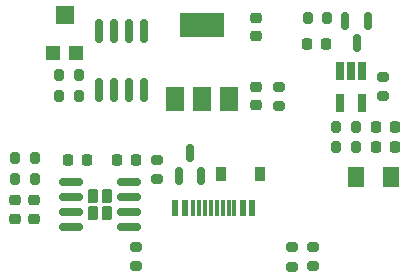
<source format=gtp>
%TF.GenerationSoftware,KiCad,Pcbnew,7.0.6*%
%TF.CreationDate,2023-09-04T13:51:19+12:00*%
%TF.ProjectId,GBA_lipo,4742415f-6c69-4706-9f2e-6b696361645f,rev?*%
%TF.SameCoordinates,Original*%
%TF.FileFunction,Paste,Top*%
%TF.FilePolarity,Positive*%
%FSLAX46Y46*%
G04 Gerber Fmt 4.6, Leading zero omitted, Abs format (unit mm)*
G04 Created by KiCad (PCBNEW 7.0.6) date 2023-09-04 13:51:19*
%MOMM*%
%LPD*%
G01*
G04 APERTURE LIST*
G04 Aperture macros list*
%AMRoundRect*
0 Rectangle with rounded corners*
0 $1 Rounding radius*
0 $2 $3 $4 $5 $6 $7 $8 $9 X,Y pos of 4 corners*
0 Add a 4 corners polygon primitive as box body*
4,1,4,$2,$3,$4,$5,$6,$7,$8,$9,$2,$3,0*
0 Add four circle primitives for the rounded corners*
1,1,$1+$1,$2,$3*
1,1,$1+$1,$4,$5*
1,1,$1+$1,$6,$7*
1,1,$1+$1,$8,$9*
0 Add four rect primitives between the rounded corners*
20,1,$1+$1,$2,$3,$4,$5,0*
20,1,$1+$1,$4,$5,$6,$7,0*
20,1,$1+$1,$6,$7,$8,$9,0*
20,1,$1+$1,$8,$9,$2,$3,0*%
G04 Aperture macros list end*
%ADD10RoundRect,0.200000X0.275000X-0.200000X0.275000X0.200000X-0.275000X0.200000X-0.275000X-0.200000X0*%
%ADD11RoundRect,0.250001X-0.462499X-0.624999X0.462499X-0.624999X0.462499X0.624999X-0.462499X0.624999X0*%
%ADD12R,0.600000X1.450000*%
%ADD13R,0.300000X1.450000*%
%ADD14RoundRect,0.200000X0.200000X0.275000X-0.200000X0.275000X-0.200000X-0.275000X0.200000X-0.275000X0*%
%ADD15RoundRect,0.200000X-0.275000X0.200000X-0.275000X-0.200000X0.275000X-0.200000X0.275000X0.200000X0*%
%ADD16RoundRect,0.225000X-0.225000X-0.250000X0.225000X-0.250000X0.225000X0.250000X-0.225000X0.250000X0*%
%ADD17RoundRect,0.218750X-0.256250X0.218750X-0.256250X-0.218750X0.256250X-0.218750X0.256250X0.218750X0*%
%ADD18R,1.500000X2.000000*%
%ADD19R,3.800000X2.000000*%
%ADD20R,0.900000X1.200000*%
%ADD21RoundRect,0.200000X-0.200000X-0.275000X0.200000X-0.275000X0.200000X0.275000X-0.200000X0.275000X0*%
%ADD22R,1.200000X1.200000*%
%ADD23R,1.600000X1.500000*%
%ADD24R,0.650000X1.560000*%
%ADD25RoundRect,0.150000X-0.150000X0.587500X-0.150000X-0.587500X0.150000X-0.587500X0.150000X0.587500X0*%
%ADD26RoundRect,0.225000X0.225000X0.250000X-0.225000X0.250000X-0.225000X-0.250000X0.225000X-0.250000X0*%
%ADD27RoundRect,0.230000X0.230000X0.375000X-0.230000X0.375000X-0.230000X-0.375000X0.230000X-0.375000X0*%
%ADD28RoundRect,0.150000X0.825000X0.150000X-0.825000X0.150000X-0.825000X-0.150000X0.825000X-0.150000X0*%
%ADD29RoundRect,0.225000X0.250000X-0.225000X0.250000X0.225000X-0.250000X0.225000X-0.250000X-0.225000X0*%
%ADD30RoundRect,0.150000X0.150000X-0.587500X0.150000X0.587500X-0.150000X0.587500X-0.150000X-0.587500X0*%
%ADD31RoundRect,0.225000X-0.250000X0.225000X-0.250000X-0.225000X0.250000X-0.225000X0.250000X0.225000X0*%
%ADD32RoundRect,0.150000X-0.150000X0.825000X-0.150000X-0.825000X0.150000X-0.825000X0.150000X0.825000X0*%
G04 APERTURE END LIST*
D10*
X105500000Y-126000000D03*
X105500000Y-124350000D03*
D11*
X114987500Y-132000000D03*
X112012500Y-132000000D03*
D12*
X96750000Y-134645000D03*
X97550000Y-134645000D03*
D13*
X98750000Y-134645000D03*
X99750000Y-134645000D03*
X100250000Y-134645000D03*
X101250000Y-134645000D03*
D12*
X102450000Y-134645000D03*
X103250000Y-134645000D03*
X103250000Y-134645000D03*
X102450000Y-134645000D03*
D13*
X101750000Y-134645000D03*
X100750000Y-134645000D03*
X99250000Y-134645000D03*
X98250000Y-134645000D03*
D12*
X97550000Y-134645000D03*
X96750000Y-134645000D03*
D14*
X88565000Y-123340000D03*
X86915000Y-123340000D03*
D15*
X93400000Y-137915000D03*
X93400000Y-139565000D03*
D16*
X87698000Y-130540000D03*
X89248000Y-130540000D03*
D17*
X83200000Y-133940000D03*
X83200000Y-135515000D03*
D18*
X96700000Y-125415000D03*
X99000000Y-125415000D03*
D19*
X99000000Y-119115000D03*
D18*
X101300000Y-125415000D03*
D20*
X103900000Y-131740000D03*
X100600000Y-131740000D03*
D21*
X83175000Y-132187000D03*
X84825000Y-132187000D03*
D22*
X86365000Y-121540000D03*
D23*
X87365000Y-118290000D03*
D22*
X88365000Y-121540000D03*
D24*
X112550000Y-123015000D03*
X111600000Y-123015000D03*
X110650000Y-123015000D03*
X110650000Y-125715000D03*
X112550000Y-125715000D03*
D16*
X113750000Y-127740000D03*
X115300000Y-127740000D03*
D17*
X84800000Y-133940000D03*
X84800000Y-135515000D03*
D25*
X113050000Y-118802500D03*
X111150000Y-118802500D03*
X112100000Y-120677500D03*
D26*
X93375000Y-130540000D03*
X91825000Y-130540000D03*
D16*
X107925000Y-120740000D03*
X109475000Y-120740000D03*
D27*
X89800000Y-133590000D03*
X89800000Y-135090000D03*
X90940000Y-133590000D03*
X90940000Y-135090000D03*
D28*
X92845000Y-136245000D03*
X92845000Y-134975000D03*
X92845000Y-133705000D03*
X92845000Y-132435000D03*
X87895000Y-132435000D03*
X87895000Y-133705000D03*
X87895000Y-134975000D03*
X87895000Y-136245000D03*
D15*
X95200000Y-130540000D03*
X95200000Y-132190000D03*
D21*
X83175000Y-130409000D03*
X84825000Y-130409000D03*
X110375000Y-129465000D03*
X112025000Y-129465000D03*
D15*
X108400000Y-137915000D03*
X108400000Y-139565000D03*
X106600000Y-137940000D03*
X106600000Y-139590000D03*
D21*
X86915000Y-125140000D03*
X88565000Y-125140000D03*
D14*
X112025000Y-127740000D03*
X110375000Y-127740000D03*
D29*
X103600000Y-125915000D03*
X103600000Y-124365000D03*
D30*
X97050000Y-131877500D03*
X98950000Y-131877500D03*
X98000000Y-130002500D03*
D31*
X103600000Y-118515000D03*
X103600000Y-120065000D03*
D26*
X115300000Y-129465000D03*
X113750000Y-129465000D03*
D10*
X114300000Y-125165000D03*
X114300000Y-123515000D03*
D21*
X107950000Y-118565000D03*
X109600000Y-118565000D03*
D32*
X94070000Y-119665000D03*
X92800000Y-119665000D03*
X91530000Y-119665000D03*
X90260000Y-119665000D03*
X90260000Y-124615000D03*
X91530000Y-124615000D03*
X92800000Y-124615000D03*
X94070000Y-124615000D03*
M02*

</source>
